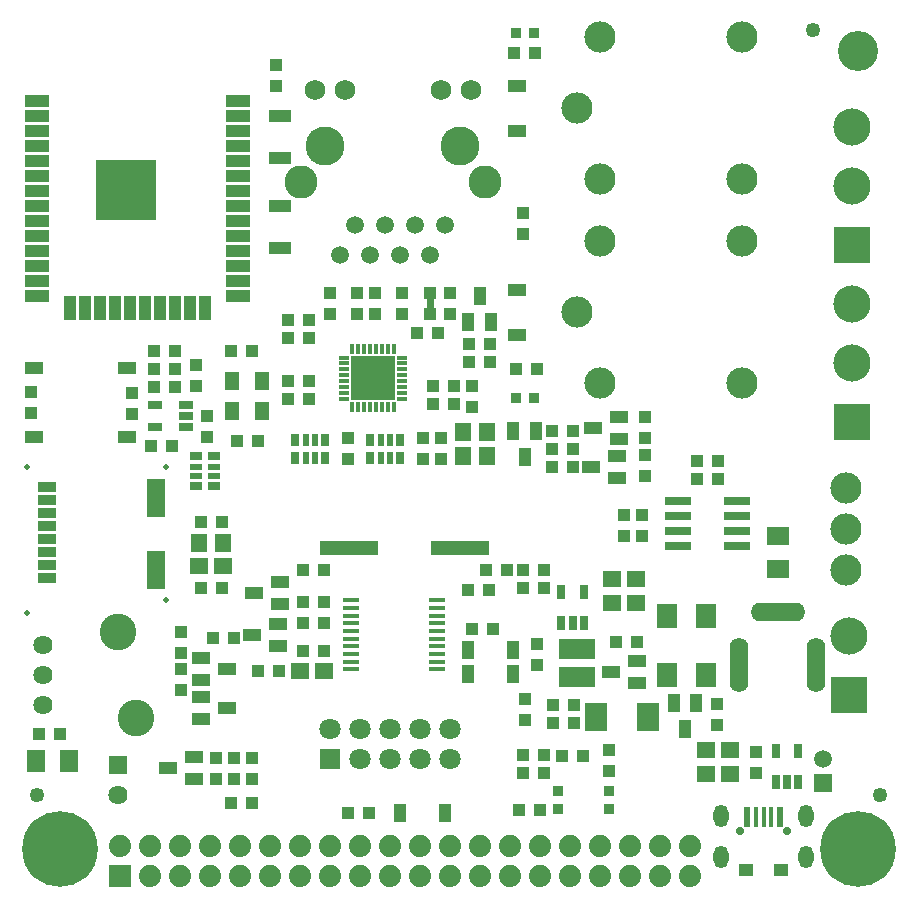
<source format=gbr>
G04 #@! TF.GenerationSoftware,KiCad,Pcbnew,5.1.5-52549c5~84~ubuntu18.04.1*
G04 #@! TF.CreationDate,2020-03-18T15:45:27+02:00*
G04 #@! TF.ProjectId,ESP32-EVB_Rev_I,45535033-322d-4455-9642-5f5265765f49,I*
G04 #@! TF.SameCoordinates,Original*
G04 #@! TF.FileFunction,Soldermask,Top*
G04 #@! TF.FilePolarity,Negative*
%FSLAX46Y46*%
G04 Gerber Fmt 4.6, Leading zero omitted, Abs format (unit mm)*
G04 Created by KiCad (PCBNEW 5.1.5-52549c5~84~ubuntu18.04.1) date 2020-03-18 15:45:27*
%MOMM*%
%LPD*%
G04 APERTURE LIST*
%ADD10C,0.609600*%
%ADD11R,1.601600X3.201600*%
%ADD12C,0.501600*%
%ADD13R,1.601600X0.901600*%
%ADD14C,3.301600*%
%ADD15C,1.751600*%
%ADD16C,2.801600*%
%ADD17C,1.511600*%
%ADD18C,2.641600*%
%ADD19C,3.149600*%
%ADD20R,3.149600X3.149600*%
%ADD21C,1.801600*%
%ADD22R,1.801600X1.801600*%
%ADD23R,1.625600X1.625600*%
%ADD24C,1.625600*%
%ADD25C,3.101600*%
%ADD26R,1.625600X1.117600*%
%ADD27O,4.601600X1.601600*%
%ADD28O,1.601600X4.601600*%
%ADD29R,2.301600X0.701600*%
%ADD30R,1.301600X1.501600*%
%ADD31R,1.117600X1.117600*%
%ADD32R,0.601600X1.751600*%
%ADD33R,0.426600X1.751600*%
%ADD34C,0.701600*%
%ADD35R,1.201600X1.101600*%
%ADD36O,1.301600X1.901600*%
%ADD37R,1.501600X1.501600*%
%ADD38C,1.501600*%
%ADD39R,1.625600X1.371600*%
%ADD40C,1.254000*%
%ADD41R,1.879600X2.387600*%
%ADD42R,1.501600X1.101600*%
%ADD43R,1.625600X1.879600*%
%ADD44R,1.879600X1.625600*%
%ADD45R,4.927600X1.201600*%
%ADD46R,1.801600X2.101600*%
%ADD47R,1.879600X1.117600*%
%ADD48C,1.879600*%
%ADD49R,1.879600X1.879600*%
%ADD50C,1.301600*%
%ADD51C,6.401600*%
%ADD52R,0.901600X0.901600*%
%ADD53R,1.371600X1.625600*%
%ADD54C,3.401600*%
%ADD55R,3.701600X3.701600*%
%ADD56R,0.501600X0.501600*%
%ADD57R,1.524000X1.524000*%
%ADD58R,0.351600X0.901600*%
%ADD59R,0.901600X0.351600*%
%ADD60R,1.371600X0.426600*%
%ADD61C,2.101600*%
%ADD62R,5.101600X5.101600*%
%ADD63R,2.101600X1.001600*%
%ADD64R,1.001600X2.101600*%
%ADD65R,1.117600X0.482600*%
%ADD66R,1.117600X0.736600*%
%ADD67R,0.482600X1.117600*%
%ADD68R,0.736600X1.117600*%
%ADD69R,0.651600X1.301600*%
%ADD70R,1.101600X1.501600*%
%ADD71R,1.301600X0.651600*%
%ADD72R,3.101600X1.701600*%
G04 APERTURE END LIST*
D10*
X104775000Y-92194000D02*
X104775000Y-91194000D01*
D11*
X81577000Y-114275000D03*
X81577000Y-108215000D03*
D12*
X70607000Y-105585000D03*
X82407000Y-105585000D03*
X82407000Y-116855000D03*
X70607000Y-117945000D03*
D13*
X72327000Y-107275000D03*
X72327000Y-108375000D03*
X72327000Y-109475000D03*
X72327000Y-110575000D03*
X72327000Y-111675000D03*
X72327000Y-112775000D03*
X72327000Y-113875000D03*
X72327000Y-114975000D03*
D14*
X95885000Y-78359000D03*
X107315000Y-78359000D03*
D15*
X105670000Y-73610500D03*
X94990000Y-73610500D03*
D16*
X93800000Y-81409000D03*
X109400000Y-81409000D03*
D15*
X108210000Y-73610500D03*
X97530000Y-73610500D03*
D17*
X97165000Y-87599000D03*
X98435000Y-85059000D03*
X99705000Y-87599000D03*
X100975000Y-85059000D03*
X102245000Y-87599000D03*
X103515000Y-85059000D03*
X104785000Y-87599000D03*
X106055000Y-85059000D03*
D18*
X140000000Y-114315000D03*
X140000000Y-107315000D03*
X140000000Y-110815000D03*
D19*
X140500000Y-76774000D03*
D20*
X140500000Y-86774000D03*
D19*
X140500000Y-81774000D03*
X140500000Y-91774000D03*
D20*
X140500000Y-101774000D03*
D19*
X140500000Y-96774000D03*
D21*
X106426000Y-127762000D03*
X106426000Y-130302000D03*
X103886000Y-127762000D03*
X103886000Y-130302000D03*
X101346000Y-127762000D03*
X101346000Y-130302000D03*
X98806000Y-127762000D03*
X98806000Y-130302000D03*
X96266000Y-127762000D03*
D22*
X96266000Y-130302000D03*
D23*
X78359000Y-130810000D03*
D24*
X78359000Y-133350000D03*
D25*
X79909000Y-126840000D03*
X78309000Y-119540000D03*
D24*
X72009000Y-125730000D03*
X72009000Y-123190000D03*
X72009000Y-120650000D03*
D26*
X71247000Y-102997000D03*
X79121000Y-102997000D03*
X71247000Y-97155000D03*
X79121000Y-97155000D03*
D18*
X117176000Y-92456000D03*
X131176000Y-98456000D03*
X131176000Y-86456000D03*
X119176000Y-86456000D03*
X119176000Y-98456000D03*
X117176000Y-75184000D03*
X131176000Y-81184000D03*
X131176000Y-69184000D03*
X119176000Y-69184000D03*
X119176000Y-81184000D03*
D27*
X134237000Y-117869000D03*
D28*
X137437000Y-122319000D03*
X130937000Y-122319000D03*
D29*
X130770000Y-108458000D03*
X130770000Y-109728000D03*
X130770000Y-110998000D03*
X130770000Y-112268000D03*
X125770000Y-112268000D03*
X125770000Y-110998000D03*
X125770000Y-109728000D03*
X125770000Y-108458000D03*
D30*
X88011000Y-100838000D03*
X88011000Y-98298000D03*
X90551000Y-98298000D03*
X90551000Y-100838000D03*
D31*
X85344000Y-115824000D03*
X87122000Y-115824000D03*
D32*
X131612500Y-135153000D03*
D33*
X132350000Y-135153000D03*
X133000000Y-135153000D03*
X133650000Y-135153000D03*
D32*
X134387500Y-135153000D03*
D34*
X131000000Y-136403000D03*
X135000000Y-136403000D03*
D35*
X131500000Y-139703000D03*
X134500000Y-139703000D03*
D36*
X129400000Y-138553000D03*
X129400000Y-135083000D03*
X136600000Y-135083000D03*
X136600000Y-138553000D03*
D37*
X138046460Y-132326380D03*
D38*
X138043920Y-130314700D03*
D39*
X130175000Y-131572000D03*
X130175000Y-129540000D03*
D40*
X142875000Y-133350000D03*
D31*
X104775000Y-92583000D03*
X104775000Y-90805000D03*
D41*
X118854000Y-126746000D03*
X123208000Y-126746000D03*
D31*
X83693000Y-121285000D03*
X83693000Y-119507000D03*
X83693000Y-124460000D03*
X83693000Y-122682000D03*
D42*
X87587000Y-122682000D03*
X85387000Y-123632000D03*
X85387000Y-121732000D03*
X87587000Y-125984000D03*
X85387000Y-126934000D03*
X85387000Y-125034000D03*
D31*
X86360000Y-120015000D03*
X88138000Y-120015000D03*
D39*
X120142000Y-115062000D03*
X120142000Y-117094000D03*
X122174000Y-115062000D03*
X122174000Y-117094000D03*
D31*
X112649000Y-114300000D03*
X114427000Y-114300000D03*
X112649000Y-115824000D03*
X114427000Y-115824000D03*
X119888000Y-129540000D03*
X119888000Y-131318000D03*
X86614000Y-131953000D03*
X86614000Y-130175000D03*
X88138000Y-131953000D03*
X88138000Y-130175000D03*
X84963000Y-96901000D03*
X84963000Y-98679000D03*
D43*
X74168000Y-130429000D03*
X71374000Y-130429000D03*
D31*
X127381000Y-105029000D03*
X129159000Y-105029000D03*
X127381000Y-106553000D03*
X129159000Y-106553000D03*
D44*
X134239000Y-111379000D03*
X134239000Y-114173000D03*
D31*
X83185000Y-98806000D03*
X81407000Y-98806000D03*
X81407000Y-97282000D03*
X83185000Y-97282000D03*
X93980000Y-118745000D03*
X95758000Y-118745000D03*
X129032000Y-127381000D03*
X129032000Y-125603000D03*
D45*
X97917000Y-112395000D03*
X107315000Y-112395000D03*
D46*
X128143000Y-123150000D03*
X128143000Y-118150000D03*
D31*
X79502000Y-99314000D03*
X79502000Y-101092000D03*
X73406000Y-128143000D03*
X71628000Y-128143000D03*
X122682000Y-111379000D03*
X122682000Y-109601000D03*
X121158000Y-111379000D03*
X121158000Y-109601000D03*
X110109000Y-119253000D03*
X108331000Y-119253000D03*
X93980000Y-121158000D03*
X95758000Y-121158000D03*
X111252000Y-114300000D03*
X109474000Y-114300000D03*
X93980000Y-114300000D03*
X95758000Y-114300000D03*
D47*
X92075000Y-75819000D03*
X92075000Y-79375000D03*
X92075000Y-86995000D03*
X92075000Y-83439000D03*
D31*
X85344000Y-110236000D03*
X87122000Y-110236000D03*
D48*
X101346000Y-137668000D03*
X101346000Y-140208000D03*
X98806000Y-137668000D03*
X98806000Y-140208000D03*
X96266000Y-137668000D03*
X96266000Y-140208000D03*
X93726000Y-137668000D03*
X93726000Y-140208000D03*
X91186000Y-137668000D03*
X91186000Y-140208000D03*
X81026000Y-137668000D03*
X81026000Y-140208000D03*
X78486000Y-137668000D03*
D49*
X78486000Y-140208000D03*
D48*
X83566000Y-140208000D03*
X83566000Y-137668000D03*
X86106000Y-137668000D03*
X86106000Y-140208000D03*
X88646000Y-140208000D03*
X88646000Y-137668000D03*
X114046000Y-137668000D03*
X114046000Y-140208000D03*
X111506000Y-140208000D03*
X111506000Y-137668000D03*
X108966000Y-137668000D03*
X108966000Y-140208000D03*
X103886000Y-140208000D03*
X103886000Y-137668000D03*
X106426000Y-140208000D03*
X106426000Y-137668000D03*
X116586000Y-140208000D03*
X116586000Y-137668000D03*
X119126000Y-140208000D03*
X119126000Y-137668000D03*
X121666000Y-140208000D03*
X121666000Y-137668000D03*
X124206000Y-140208000D03*
X124206000Y-137668000D03*
X126746000Y-140208000D03*
X126746000Y-137668000D03*
D50*
X70993000Y-137922000D03*
X75819000Y-137922000D03*
X75057000Y-139573000D03*
X71755000Y-139700000D03*
X75057000Y-136271000D03*
X71755000Y-136271000D03*
X73406000Y-140335000D03*
X73406000Y-135509000D03*
D51*
X73406000Y-137922000D03*
D50*
X138557000Y-137922000D03*
X143383000Y-137922000D03*
X142621000Y-139573000D03*
X139319000Y-139700000D03*
X142621000Y-136271000D03*
X139319000Y-136271000D03*
X140970000Y-140335000D03*
X140970000Y-135509000D03*
D51*
X140970000Y-137922000D03*
D31*
X93980000Y-116967000D03*
X95758000Y-116967000D03*
X113792000Y-122301000D03*
X113792000Y-120523000D03*
X92710000Y-93091000D03*
X94488000Y-93091000D03*
X106807000Y-100203000D03*
X105029000Y-100203000D03*
X89662000Y-95758000D03*
X87884000Y-95758000D03*
X107950000Y-115951000D03*
X109728000Y-115951000D03*
X90170000Y-103378000D03*
X88392000Y-103378000D03*
X100076000Y-92583000D03*
X100076000Y-90805000D03*
X102362000Y-92583000D03*
X102362000Y-90805000D03*
X96266000Y-92583000D03*
X96266000Y-90805000D03*
X98552000Y-92583000D03*
X98552000Y-90805000D03*
X112649000Y-85852000D03*
X112649000Y-84074000D03*
X91694000Y-71501000D03*
X91694000Y-73279000D03*
X85852000Y-101219000D03*
X85852000Y-102997000D03*
X97790000Y-134874000D03*
X99568000Y-134874000D03*
X112776000Y-127000000D03*
X112776000Y-125222000D03*
X89662000Y-130175000D03*
X89662000Y-131953000D03*
X89662000Y-133985000D03*
X87884000Y-133985000D03*
X122301000Y-120396000D03*
X120523000Y-120396000D03*
X81153000Y-103759000D03*
X82931000Y-103759000D03*
X83185000Y-95758000D03*
X81407000Y-95758000D03*
X111887000Y-70485000D03*
X113665000Y-70485000D03*
X108077000Y-95123000D03*
X109855000Y-95123000D03*
X108077000Y-96647000D03*
X109855000Y-96647000D03*
X112014000Y-97282000D03*
X113792000Y-97282000D03*
X122936000Y-103124000D03*
X122936000Y-101346000D03*
X122936000Y-104521000D03*
X122936000Y-106299000D03*
D52*
X119888000Y-132969000D03*
X119888000Y-134493000D03*
D20*
X140208000Y-124895000D03*
D19*
X140208000Y-119895000D03*
D52*
X113538000Y-68834000D03*
X112014000Y-68834000D03*
X113538000Y-99695000D03*
X112014000Y-99695000D03*
D46*
X124841000Y-118150000D03*
X124841000Y-123150000D03*
D31*
X105029000Y-98679000D03*
X106807000Y-98679000D03*
X92710000Y-98298000D03*
X94488000Y-98298000D03*
X92710000Y-99822000D03*
X94488000Y-99822000D03*
X92710000Y-94615000D03*
X94488000Y-94615000D03*
X105410000Y-94234000D03*
X103632000Y-94234000D03*
X97790000Y-104902000D03*
X97790000Y-103124000D03*
X108331000Y-98679000D03*
X108331000Y-100457000D03*
X106426000Y-92583000D03*
X106426000Y-90805000D03*
D53*
X87249000Y-112014000D03*
X85217000Y-112014000D03*
D31*
X104140000Y-103124000D03*
X104140000Y-104902000D03*
X105664000Y-103124000D03*
X105664000Y-104902000D03*
X116967000Y-127254000D03*
X115189000Y-127254000D03*
X116967000Y-125730000D03*
X115189000Y-125730000D03*
X91948000Y-122809000D03*
X90170000Y-122809000D03*
D39*
X128143000Y-131572000D03*
X128143000Y-129540000D03*
D54*
X140970000Y-70358000D03*
D55*
X99949000Y-98044000D03*
D56*
X101249000Y-97544000D03*
X101249000Y-98544000D03*
X100449000Y-99344000D03*
X99449000Y-99344000D03*
X98649000Y-98544000D03*
X98649000Y-97544000D03*
X99449000Y-96744000D03*
X100449000Y-96744000D03*
D57*
X99949000Y-98044000D03*
D58*
X98199000Y-95594000D03*
X98699000Y-95594000D03*
X99199000Y-95594000D03*
X99699000Y-95594000D03*
X100199000Y-95594000D03*
X100699000Y-95594000D03*
X101199000Y-95594000D03*
X101699000Y-95594000D03*
D59*
X102399000Y-96294000D03*
X102399000Y-96794000D03*
X102399000Y-97294000D03*
X102399000Y-97794000D03*
X102399000Y-98294000D03*
X102399000Y-98794000D03*
X102399000Y-99294000D03*
X102399000Y-99794000D03*
D58*
X101699000Y-100494000D03*
X101199000Y-100494000D03*
X100699000Y-100494000D03*
X100199000Y-100494000D03*
X99699000Y-100494000D03*
X99199000Y-100494000D03*
X98699000Y-100494000D03*
X98199000Y-100494000D03*
D59*
X97499000Y-99794000D03*
X97499000Y-99294000D03*
X97499000Y-98794000D03*
X97499000Y-98294000D03*
X97499000Y-97794000D03*
X97499000Y-97294000D03*
X97499000Y-96794000D03*
X97499000Y-96294000D03*
D60*
X105346500Y-122686000D03*
X105346500Y-122036000D03*
X105346500Y-121386000D03*
X105346500Y-120736000D03*
X105346500Y-120086000D03*
X105346500Y-119436000D03*
X105346500Y-118786000D03*
X105346500Y-118136000D03*
X105346500Y-117486000D03*
X105346500Y-116836000D03*
X98107500Y-116836000D03*
X98107500Y-117486000D03*
X98107500Y-118136000D03*
X98107500Y-118786000D03*
X98107500Y-119436000D03*
X98107500Y-120086000D03*
X98107500Y-120736000D03*
X98107500Y-121386000D03*
X98107500Y-122036000D03*
X98107500Y-122686000D03*
D40*
X71501000Y-133350000D03*
X137160000Y-68580000D03*
D61*
X79010000Y-82083000D03*
D62*
X79010000Y-82083000D03*
D63*
X88510000Y-74573000D03*
X88510000Y-75843000D03*
X88510000Y-77113000D03*
X88510000Y-78383000D03*
X88510000Y-79653000D03*
X88510000Y-80923000D03*
X88510000Y-82193000D03*
X88510000Y-83463000D03*
X88510000Y-84733000D03*
X88510000Y-86003000D03*
X88510000Y-87273000D03*
X88510000Y-88543000D03*
X88510000Y-89813000D03*
X88510000Y-91083000D03*
D64*
X85740000Y-92083000D03*
X84470000Y-92083000D03*
X83200000Y-92083000D03*
X81930000Y-92083000D03*
X80660000Y-92083000D03*
X79390000Y-92083000D03*
X78120000Y-92083000D03*
X76850000Y-92083000D03*
X75580000Y-92083000D03*
X74310000Y-92083000D03*
D63*
X71510000Y-91083000D03*
X71510000Y-89813000D03*
X71510000Y-88543000D03*
X71510000Y-87273000D03*
X71510000Y-86003000D03*
X71510000Y-84733000D03*
X71510000Y-83463000D03*
X71510000Y-82193000D03*
X71510000Y-80923000D03*
X71510000Y-79653000D03*
X71510000Y-78383000D03*
X71510000Y-77113000D03*
X71510000Y-75843000D03*
X71510000Y-74573000D03*
D65*
X84963000Y-106299000D03*
X84963000Y-105537000D03*
X86487000Y-106299000D03*
X86487000Y-105537000D03*
D66*
X84963000Y-107188000D03*
X86487000Y-107188000D03*
X84963000Y-104648000D03*
X86487000Y-104648000D03*
D67*
X94996000Y-104775000D03*
X94234000Y-104775000D03*
X94996000Y-103251000D03*
X94234000Y-103251000D03*
D68*
X95885000Y-104775000D03*
X95885000Y-103251000D03*
X93345000Y-104775000D03*
X93345000Y-103251000D03*
D67*
X100584000Y-103251000D03*
X101346000Y-103251000D03*
X100584000Y-104775000D03*
X101346000Y-104775000D03*
D68*
X99695000Y-103251000D03*
X99695000Y-104775000D03*
X102235000Y-103251000D03*
X102235000Y-104775000D03*
D69*
X115890000Y-118775000D03*
X116840000Y-118775000D03*
X117790000Y-118775000D03*
X115890000Y-116175000D03*
X117790000Y-116175000D03*
D42*
X120741440Y-103184960D03*
X120741440Y-101282500D03*
X118531640Y-102237540D03*
X92039440Y-117154960D03*
X92039440Y-115252500D03*
X89829640Y-116207540D03*
X91912440Y-120710960D03*
X91912440Y-118808500D03*
X89702640Y-119763540D03*
X84800440Y-132013960D03*
X84800440Y-130111500D03*
X82590640Y-131066540D03*
D70*
X108016040Y-93309440D03*
X109918500Y-93309440D03*
X108963460Y-91099640D03*
D42*
X112141000Y-73284000D03*
X112141000Y-77084000D03*
X112141000Y-90556000D03*
X112141000Y-94356000D03*
D70*
X106040000Y-134874000D03*
X102240000Y-134874000D03*
X127314960Y-125511560D03*
X125412500Y-125511560D03*
X126367540Y-127721360D03*
D42*
X122265440Y-123885960D03*
X122265440Y-121983500D03*
X120055640Y-122938540D03*
D71*
X84104000Y-102169000D03*
X84104000Y-101219000D03*
X84104000Y-100269000D03*
X81504000Y-102169000D03*
X81504000Y-100269000D03*
D39*
X87249000Y-113919000D03*
X85217000Y-113919000D03*
D53*
X107569000Y-104648000D03*
X107569000Y-102616000D03*
D39*
X95758000Y-122809000D03*
X93726000Y-122809000D03*
D72*
X117221000Y-123374000D03*
X117221000Y-120974000D03*
D31*
X115062000Y-102489000D03*
X116840000Y-102489000D03*
D70*
X113725960Y-102524560D03*
X111823500Y-102524560D03*
X112778540Y-104734360D03*
D42*
X120614440Y-106486960D03*
X120614440Y-104584500D03*
X118404640Y-105539540D03*
D53*
X109601000Y-102616000D03*
X109601000Y-104648000D03*
D31*
X115062000Y-105537000D03*
X116840000Y-105537000D03*
X115062000Y-104013000D03*
X116840000Y-104013000D03*
D52*
X115570000Y-132969000D03*
X115570000Y-134493000D03*
D31*
X115951000Y-130048000D03*
X117729000Y-130048000D03*
D69*
X134051000Y-132237000D03*
X135001000Y-132237000D03*
X135951000Y-132237000D03*
X134051000Y-129637000D03*
X135951000Y-129637000D03*
D31*
X132334000Y-129667000D03*
X132334000Y-131445000D03*
X112268000Y-134620000D03*
X114046000Y-134620000D03*
D70*
X111755000Y-123063000D03*
X107955000Y-123063000D03*
X107955000Y-121031000D03*
X111755000Y-121031000D03*
D31*
X112649000Y-131445000D03*
X114427000Y-131445000D03*
X112649000Y-129921000D03*
X114427000Y-129921000D03*
X70993000Y-99187000D03*
X70993000Y-100965000D03*
M02*

</source>
